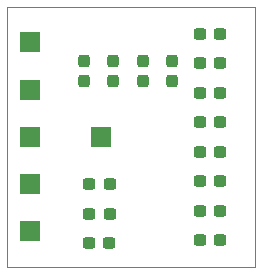
<source format=gts>
G04 #@! TF.GenerationSoftware,KiCad,Pcbnew,(7.0.0)*
G04 #@! TF.CreationDate,2023-03-10T18:19:13+01:00*
G04 #@! TF.ProjectId,CapacitorBox0603,43617061-6369-4746-9f72-426f78303630,rev?*
G04 #@! TF.SameCoordinates,Original*
G04 #@! TF.FileFunction,Soldermask,Top*
G04 #@! TF.FilePolarity,Negative*
%FSLAX46Y46*%
G04 Gerber Fmt 4.6, Leading zero omitted, Abs format (unit mm)*
G04 Created by KiCad (PCBNEW (7.0.0)) date 2023-03-10 18:19:13*
%MOMM*%
%LPD*%
G01*
G04 APERTURE LIST*
G04 Aperture macros list*
%AMRoundRect*
0 Rectangle with rounded corners*
0 $1 Rounding radius*
0 $2 $3 $4 $5 $6 $7 $8 $9 X,Y pos of 4 corners*
0 Add a 4 corners polygon primitive as box body*
4,1,4,$2,$3,$4,$5,$6,$7,$8,$9,$2,$3,0*
0 Add four circle primitives for the rounded corners*
1,1,$1+$1,$2,$3*
1,1,$1+$1,$4,$5*
1,1,$1+$1,$6,$7*
1,1,$1+$1,$8,$9*
0 Add four rect primitives between the rounded corners*
20,1,$1+$1,$2,$3,$4,$5,0*
20,1,$1+$1,$4,$5,$6,$7,0*
20,1,$1+$1,$6,$7,$8,$9,0*
20,1,$1+$1,$8,$9,$2,$3,0*%
G04 Aperture macros list end*
%ADD10RoundRect,0.237500X-0.300000X-0.237500X0.300000X-0.237500X0.300000X0.237500X-0.300000X0.237500X0*%
%ADD11RoundRect,0.237500X-0.237500X0.300000X-0.237500X-0.300000X0.237500X-0.300000X0.237500X0.300000X0*%
%ADD12R,1.700000X1.700000*%
G04 #@! TA.AperFunction,Profile*
%ADD13C,0.100000*%
G04 #@! TD*
G04 APERTURE END LIST*
D10*
X117337500Y-119750000D03*
X119062500Y-119750000D03*
X117337500Y-117250000D03*
X119062500Y-117250000D03*
D11*
X110000000Y-104537500D03*
X110000000Y-106262500D03*
D12*
X102999999Y-114999999D03*
X102999999Y-118999999D03*
D11*
X112500000Y-104537500D03*
X112500000Y-106262500D03*
X107500000Y-104537500D03*
X107500000Y-106262500D03*
D12*
X102999999Y-102999999D03*
X108999999Y-110999999D03*
D10*
X107975000Y-117500000D03*
X109700000Y-117500000D03*
D11*
X115000000Y-104537500D03*
X115000000Y-106262500D03*
D10*
X117337500Y-114750000D03*
X119062500Y-114750000D03*
X117337500Y-104750000D03*
X119062500Y-104750000D03*
D12*
X102999999Y-110999999D03*
D10*
X117337500Y-107250000D03*
X119062500Y-107250000D03*
X117337500Y-102250000D03*
X119062500Y-102250000D03*
X117337500Y-112250000D03*
X119062500Y-112250000D03*
X107975000Y-115000000D03*
X109700000Y-115000000D03*
D12*
X102999999Y-106999999D03*
D10*
X117337500Y-109750000D03*
X119062500Y-109750000D03*
X107937500Y-120000000D03*
X109662500Y-120000000D03*
D13*
X101000000Y-100000000D02*
X122000000Y-100000000D01*
X122000000Y-100000000D02*
X122000000Y-122000000D01*
X122000000Y-122000000D02*
X101000000Y-122000000D01*
X101000000Y-100000000D02*
X101000000Y-122000000D01*
M02*

</source>
